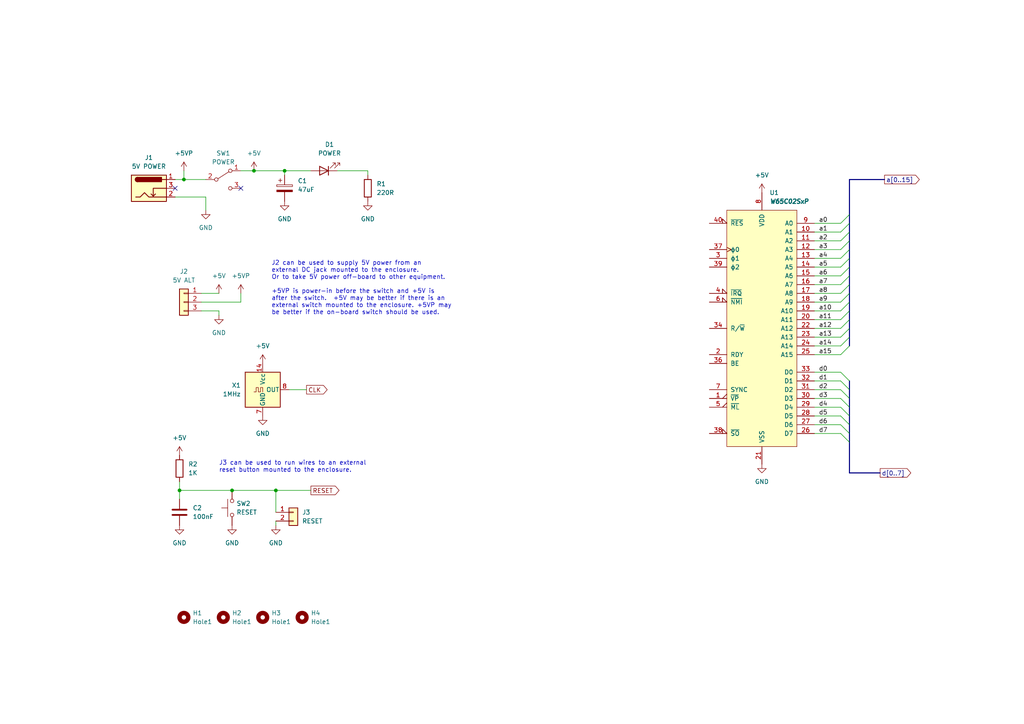
<source format=kicad_sch>
(kicad_sch (version 20230121) (generator eeschema)
  (paper "A4")
  (lib_symbols
    (symbol "Connector:Barrel_Jack_Switch" (pin_names hide)
      (property "Reference" "J" (at 0 5.334 0))
      (property "Value" "Barrel_Jack_Switch" (at 0 -5.08 0))
      (symbol "Barrel_Jack_Switch_0_1"
        (rectangle (start -5.08 3.81) (end 5.08 -3.81) (stroke (width 0.254)) (fill (type background)))
        (arc (start -3.302 3.175) (mid -3.9343 2.54) (end -3.302 1.905) (stroke (width 0.254)))
        (arc (start -3.302 3.175) (mid -3.9343 2.54) (end -3.302 1.905) (stroke (width 0.254)) (fill (type outline)))
        (polyline (pts (xy 1.27 -2.286) (xy 1.905 -1.651)) (stroke (width 0.254)))
        (polyline (pts (xy 5.08 2.54) (xy 3.81 2.54)) (stroke (width 0.254)))
        (polyline (pts (xy 5.08 0) (xy 1.27 0) (xy 1.27 -2.286) (xy 0.635 -1.651)) (stroke (width 0.254)))
        (polyline (pts (xy -3.81 -2.54) (xy -2.54 -2.54) (xy -1.27 -1.27) (xy 0 -2.54) (xy 2.54 -2.54) (xy 5.08 -2.54)) (stroke (width 0.254)))
        (rectangle (start 3.683 3.175) (end -3.302 1.905) (stroke (width 0.254)) (fill (type outline)))
      )
      (symbol "Barrel_Jack_Switch_1_1"
        (pin passive line (at 7.62 2.54 180) (length 2.54) (name "~") (number "1"))
        (pin passive line (at 7.62 -2.54 180) (length 2.54) (name "~") (number "2"))
        (pin passive line (at 7.62 0 180) (length 2.54) (name "~") (number "3"))
      )
    )
    (symbol "Connector_Generic:Conn_01x02" (pin_names (offset 1.016) hide)
      (property "Reference" "J" (at 0 2.54 0))
      (property "Value" "Conn_01x02" (at 0 -5.08 0))
      (symbol "Conn_01x02_1_1"
        (rectangle (start -1.27 -2.413) (end 0 -2.667) (stroke (width 0.1524)))
        (rectangle (start -1.27 0.127) (end 0 -0.127) (stroke (width 0.1524)))
        (rectangle (start -1.27 1.27) (end 1.27 -3.81) (stroke (width 0.254)) (fill (type background)))
        (pin passive line (at -5.08 0 0) (length 3.81) (name "Pin_1") (number "1"))
        (pin passive line (at -5.08 -2.54 0) (length 3.81) (name "Pin_2") (number "2"))
      )
    )
    (symbol "Connector_Generic:Conn_01x03" (pin_names (offset 1.016) hide)
      (property "Reference" "J" (at 0 5.08 0))
      (property "Value" "Conn_01x03" (at 0 -5.08 0))
      (symbol "Conn_01x03_1_1"
        (rectangle (start -1.27 -2.413) (end 0 -2.667) (stroke (width 0.1524)))
        (rectangle (start -1.27 0.127) (end 0 -0.127) (stroke (width 0.1524)))
        (rectangle (start -1.27 2.667) (end 0 2.413) (stroke (width 0.1524)))
        (rectangle (start -1.27 3.81) (end 1.27 -3.81) (stroke (width 0.254)) (fill (type background)))
        (pin passive line (at -5.08 2.54 0) (length 3.81) (name "Pin_1") (number "1"))
        (pin passive line (at -5.08 0 0) (length 3.81) (name "Pin_2") (number "2"))
        (pin passive line (at -5.08 -2.54 0) (length 3.81) (name "Pin_3") (number "3"))
      )
    )
    (symbol "Device:C" (pin_numbers hide) (pin_names (offset 0.254))
      (property "Reference" "C" (at 0.635 2.54 0))
      (property "Value" "C" (at 0.635 -2.54 0))
      (symbol "C_0_1"
        (polyline (pts (xy -2.032 -0.762) (xy 2.032 -0.762)) (stroke (width 0.508)))
        (polyline (pts (xy -2.032 0.762) (xy 2.032 0.762)) (stroke (width 0.508)))
      )
      (symbol "C_1_1"
        (pin passive line (at 0 3.81 270) (length 2.794) (name "~") (number "1"))
        (pin passive line (at 0 -3.81 90) (length 2.794) (name "~") (number "2"))
      )
    )
    (symbol "Device:C_Polarized" (pin_numbers hide) (pin_names (offset 0.254))
      (property "Reference" "C" (at 0.635 2.54 0))
      (property "Value" "C_Polarized" (at 0.635 -2.54 0))
      (symbol "C_Polarized_0_1"
        (rectangle (start -2.286 0.508) (end 2.286 1.016))
        (polyline (pts (xy -1.778 2.286) (xy -0.762 2.286)))
        (polyline (pts (xy -1.27 2.794) (xy -1.27 1.778)))
        (rectangle (start 2.286 -0.508) (end -2.286 -1.016) (fill (type outline)))
      )
      (symbol "C_Polarized_1_1"
        (pin passive line (at 0 3.81 270) (length 2.794) (name "~") (number "1"))
        (pin passive line (at 0 -3.81 90) (length 2.794) (name "~") (number "2"))
      )
    )
    (symbol "Device:LED" (pin_numbers hide) (pin_names (offset 1.016) hide)
      (property "Reference" "D" (at 0 2.54 0))
      (property "Value" "LED" (at 0 -2.54 0))
      (symbol "LED_0_1"
        (polyline (pts (xy -1.27 -1.27) (xy -1.27 1.27)) (stroke (width 0.254)))
        (polyline (pts (xy -1.27 0) (xy 1.27 0)))
        (polyline (pts (xy 1.27 -1.27) (xy 1.27 1.27) (xy -1.27 0) (xy 1.27 -1.27)) (stroke (width 0.254)))
        (polyline (pts (xy -3.048 -0.762) (xy -4.572 -2.286) (xy -3.81 -2.286) (xy -4.572 -2.286) (xy -4.572 -1.524)))
        (polyline (pts (xy -1.778 -0.762) (xy -3.302 -2.286) (xy -2.54 -2.286) (xy -3.302 -2.286) (xy -3.302 -1.524)))
      )
      (symbol "LED_1_1"
        (pin passive line (at -3.81 0 0) (length 2.54) (name "K") (number "1"))
        (pin passive line (at 3.81 0 180) (length 2.54) (name "A") (number "2"))
      )
    )
    (symbol "Device:R" (pin_numbers hide) (pin_names (offset 0))
      (property "Reference" "R" (at 2.032 0 90))
      (property "Value" "R" (at 0 0 90))
      (symbol "R_0_1"
        (rectangle (start -1.016 -2.54) (end 1.016 2.54) (stroke (width 0.254)))
      )
      (symbol "R_1_1"
        (pin passive line (at 0 3.81 270) (length 1.27) (name "~") (number "1"))
        (pin passive line (at 0 -3.81 90) (length 1.27) (name "~") (number "2"))
      )
    )
    (symbol "MOS6502:W65C02SxP" (pin_names (offset 1.016))
      (property "Reference" "U" (at -10.16 35.56 0))
      (property "Value" "W65C02SxP" (at 0 0 90))
      (symbol "W65C02SxP_0_1"
        (rectangle (start -10.16 34.29) (end 10.16 -34.29) (fill (type background)))
      )
      (symbol "W65C02SxP_1_1"
        (pin output output_low (at -15.24 -20.32 0) (length 5.08) (name "~{VP}") (number "1"))
        (pin tri_state line (at 15.24 27.94 180) (length 5.08) (name "A1") (number "10"))
        (pin tri_state line (at 15.24 25.4 180) (length 5.08) (name "A2") (number "11"))
        (pin tri_state line (at 15.24 22.86 180) (length 5.08) (name "A3") (number "12"))
        (pin tri_state line (at 15.24 20.32 180) (length 5.08) (name "A4") (number "13"))
        (pin tri_state line (at 15.24 17.78 180) (length 5.08) (name "A5") (number "14"))
        (pin tri_state line (at 15.24 15.24 180) (length 5.08) (name "A6") (number "15"))
        (pin tri_state line (at 15.24 12.7 180) (length 5.08) (name "A7") (number "16"))
        (pin tri_state line (at 15.24 10.16 180) (length 5.08) (name "A8") (number "17"))
        (pin tri_state line (at 15.24 7.62 180) (length 5.08) (name "A9") (number "18"))
        (pin tri_state line (at 15.24 5.08 180) (length 5.08) (name "A10") (number "19"))
        (pin open_collector line (at -15.24 -7.62 0) (length 5.08) (name "RDY") (number "2"))
        (pin tri_state line (at 15.24 2.54 180) (length 5.08) (name "A11") (number "20"))
        (pin power_in line (at 0 -39.37 90) (length 5.08) (name "VSS") (number "21"))
        (pin tri_state line (at 15.24 0 180) (length 5.08) (name "A12") (number "22"))
        (pin tri_state line (at 15.24 -2.54 180) (length 5.08) (name "A13") (number "23"))
        (pin tri_state line (at 15.24 -5.08 180) (length 5.08) (name "A14") (number "24"))
        (pin tri_state line (at 15.24 -7.62 180) (length 5.08) (name "A15") (number "25"))
        (pin bidirectional line (at 15.24 -30.48 180) (length 5.08) (name "D7") (number "26"))
        (pin bidirectional line (at 15.24 -27.94 180) (length 5.08) (name "D6") (number "27"))
        (pin bidirectional line (at 15.24 -25.4 180) (length 5.08) (name "D5") (number "28"))
        (pin bidirectional line (at 15.24 -22.86 180) (length 5.08) (name "D4") (number "29"))
        (pin output line (at -15.24 20.32 0) (length 5.08) (name "ϕ1") (number "3"))
        (pin bidirectional line (at 15.24 -20.32 180) (length 5.08) (name "D3") (number "30"))
        (pin bidirectional line (at 15.24 -17.78 180) (length 5.08) (name "D2") (number "31"))
        (pin bidirectional line (at 15.24 -15.24 180) (length 5.08) (name "D1") (number "32"))
        (pin bidirectional line (at 15.24 -12.7 180) (length 5.08) (name "D0") (number "33"))
        (pin tri_state line (at -15.24 0 0) (length 5.08) (name "R/~{W}") (number "34"))
        (pin no_connect non_logic (at -10.16 -27.94 0) (length 2.54) hide (name "nc") (number "35"))
        (pin input line (at -15.24 -10.16 0) (length 5.08) (name "BE") (number "36"))
        (pin input clock (at -15.24 22.86 0) (length 5.08) (name "ϕ0") (number "37"))
        (pin input input_low (at -15.24 -30.48 0) (length 5.08) (name "~{SO}") (number "38"))
        (pin output line (at -15.24 17.78 0) (length 5.08) (name "ϕ2") (number "39"))
        (pin input input_low (at -15.24 10.16 0) (length 5.08) (name "~{IRQ}") (number "4"))
        (pin input input_low (at -15.24 30.48 0) (length 5.08) (name "~{RES}") (number "40"))
        (pin output output_low (at -15.24 -22.86 0) (length 5.08) (name "~{ML}") (number "5"))
        (pin input input_low (at -15.24 7.62 0) (length 5.08) (name "~{NMI}") (number "6"))
        (pin output line (at -15.24 -17.78 0) (length 5.08) (name "SYNC") (number "7"))
        (pin power_in line (at 0 39.37 270) (length 5.08) (name "VDD") (number "8"))
        (pin tri_state line (at 15.24 30.48 180) (length 5.08) (name "A0") (number "9"))
      )
    )
    (symbol "Mechanical:MountingHole" (pin_names (offset 1.016))
      (property "Reference" "H" (at 0 5.08 0))
      (property "Value" "MountingHole" (at 0 3.175 0))
      (symbol "MountingHole_0_1"
        (circle (center 0 0) (radius 1.27) (stroke (width 1.27)))
      )
    )
    (symbol "Oscillator:ACO-xxxMHz" (pin_names (offset 0.254))
      (property "Reference" "X" (at -5.08 6.35 0))
      (property "Value" "ACO-xxxMHz" (at 1.27 -6.35 0))
      (symbol "ACO-xxxMHz_0_1"
        (rectangle (start -5.08 5.08) (end 5.08 -5.08) (stroke (width 0.254)) (fill (type background)))
        (polyline (pts (xy -2.54 -0.635) (xy -1.905 -0.635) (xy -1.905 0.635) (xy -1.27 0.635) (xy -1.27 -0.635) (xy -0.635 -0.635) (xy -0.635 0.635) (xy 0 0.635) (xy 0 -0.635)))
      )
      (symbol "ACO-xxxMHz_1_1"
        (pin no_connect line (at -5.08 2.54 0) (length 2.54) hide (name "NC") (number "1"))
        (pin power_in line (at 0 7.62 270) (length 2.54) (name "Vcc") (number "14"))
        (pin power_in line (at 0 -7.62 90) (length 2.54) (name "GND") (number "7"))
        (pin output line (at 7.62 0 180) (length 2.54) (name "OUT") (number "8"))
      )
    )
    (symbol "Switch:SW_Push" (pin_numbers hide) (pin_names (offset 1.016) hide)
      (property "Reference" "SW" (at 1.27 2.54 0))
      (property "Value" "SW_Push" (at 0 -1.524 0))
      (symbol "SW_Push_0_1"
        (circle (center -2.032 0) (radius 0.508))
        (polyline (pts (xy 0 1.27) (xy 0 3.048)))
        (polyline (pts (xy 2.54 1.27) (xy -2.54 1.27)))
        (circle (center 2.032 0) (radius 0.508))
        (pin passive line (at -5.08 0 0) (length 2.54) (name "1") (number "1"))
        (pin passive line (at 5.08 0 180) (length 2.54) (name "2") (number "2"))
      )
    )
    (symbol "Switch:SW_SPDT" (pin_names (offset 0) hide)
      (property "Reference" "SW" (at 0 4.318 0))
      (property "Value" "SW_SPDT" (at 0 -5.08 0))
      (symbol "SW_SPDT_0_0"
        (circle (center -2.032 0) (radius 0.508))
        (circle (center 2.032 -2.54) (radius 0.508))
      )
      (symbol "SW_SPDT_0_1"
        (polyline (pts (xy -1.524 0.254) (xy 1.651 2.286)))
        (circle (center 2.032 2.54) (radius 0.508))
      )
      (symbol "SW_SPDT_1_1"
        (pin passive line (at 5.08 2.54 180) (length 2.54) (name "A") (number "1"))
        (pin passive line (at -5.08 0 0) (length 2.54) (name "B") (number "2"))
        (pin passive line (at 5.08 -2.54 180) (length 2.54) (name "C") (number "3"))
      )
    )
    (symbol "power:+5V" (power) (pin_names (offset 0))
      (property "Value" "+5V" (at 0 3.556 0))
      (symbol "+5V_0_1"
        (polyline (pts (xy -0.762 1.27) (xy 0 2.54)))
        (polyline (pts (xy 0 0) (xy 0 2.54)))
        (polyline (pts (xy 0 2.54) (xy 0.762 1.27)))
      )
      (symbol "+5V_1_1"
        (pin power_in line (at 0 0 90) (length 0) hide (name "+5V") (number "1"))
      )
    )
    (symbol "power:+5VP" (power) (pin_names (offset 0))
      (property "Value" "+5VP" (at 0 3.556 0))
      (symbol "+5VP_0_1"
        (polyline (pts (xy -0.762 1.27) (xy 0 2.54)))
        (polyline (pts (xy 0 0) (xy 0 2.54)))
        (polyline (pts (xy 0 2.54) (xy 0.762 1.27)))
      )
      (symbol "+5VP_1_1"
        (pin power_in line (at 0 0 90) (length 0) hide (name "+5VP") (number "1"))
      )
    )
    (symbol "power:GND" (power) (pin_names (offset 0))
      (property "Value" "GND" (at 0 -3.81 0))
      (symbol "GND_0_1"
        (polyline (pts (xy 0 0) (xy 0 -1.27) (xy 1.27 -1.27) (xy 0 -2.54) (xy -1.27 -1.27) (xy 0 -1.27)))
      )
      (symbol "GND_1_1"
        (pin power_in line (at 0 0 270) (length 0) hide (name "GND") (number "1"))
      )
    )
  )
  (junction (at 67.31 142.24))
  (junction (at 73.66 49.53))
  (junction (at 80.01 142.24))
  (junction (at 52.07 142.24))
  (junction (at 53.34 52.07))
  (junction (at 82.55 49.53))
  (no_connect (at 50.8 54.61))
  (no_connect (at 69.85 54.61))
  (bus_entry (at 243.84 95.25) (size 2.54 -2.54))
  (bus_entry (at 246.38 120.65) (size -2.54 -2.54))
  (bus_entry (at 243.84 80.01) (size 2.54 -2.54))
  (bus_entry (at 243.84 69.85) (size 2.54 -2.54))
  (bus_entry (at 243.84 72.39) (size 2.54 -2.54))
  (bus_entry (at 243.84 77.47) (size 2.54 -2.54))
  (bus_entry (at 243.84 102.87) (size 2.54 -2.54))
  (bus_entry (at 243.84 67.31) (size 2.54 -2.54))
  (bus_entry (at 246.38 128.27) (size -2.54 -2.54))
  (bus_entry (at 243.84 64.77) (size 2.54 -2.54))
  (bus_entry (at 243.84 85.09) (size 2.54 -2.54))
  (bus_entry (at 243.84 74.93) (size 2.54 -2.54))
  (bus_entry (at 246.38 123.19) (size -2.54 -2.54))
  (bus_entry (at 246.38 125.73) (size -2.54 -2.54))
  (bus_entry (at 246.38 110.49) (size -2.54 -2.54))
  (bus_entry (at 243.84 92.71) (size 2.54 -2.54))
  (bus_entry (at 246.38 118.11) (size -2.54 -2.54))
  (bus_entry (at 243.84 97.79) (size 2.54 -2.54))
  (bus_entry (at 243.84 82.55) (size 2.54 -2.54))
  (bus_entry (at 243.84 100.33) (size 2.54 -2.54))
  (bus_entry (at 243.84 90.17) (size 2.54 -2.54))
  (bus_entry (at 246.38 115.57) (size -2.54 -2.54))
  (bus_entry (at 246.38 113.03) (size -2.54 -2.54))
  (bus_entry (at 243.84 87.63) (size 2.54 -2.54))
  (wire (pts (xy 69.85 87.63) (xy 69.85 85.09)))
  (wire (pts (xy 80.01 142.24) (xy 80.01 148.59)))
  (bus (pts (xy 246.38 72.39) (xy 246.38 69.85)))
  (wire (pts (xy 236.22 64.77) (xy 243.84 64.77)))
  (wire (pts (xy 236.22 110.49) (xy 243.84 110.49)))
  (bus (pts (xy 246.38 85.09) (xy 246.38 82.55)))
  (wire (pts (xy 236.22 85.09) (xy 243.84 85.09)))
  (bus (pts (xy 246.38 115.57) (xy 246.38 118.11)))
  (bus (pts (xy 246.38 87.63) (xy 246.38 85.09)))
  (wire (pts (xy 69.85 49.53) (xy 73.66 49.53)))
  (bus (pts (xy 246.38 100.33) (xy 246.38 97.79)))
  (wire (pts (xy 58.42 85.09) (xy 63.5 85.09)))
  (wire (pts (xy 236.22 77.47) (xy 243.84 77.47)))
  (wire (pts (xy 236.22 72.39) (xy 243.84 72.39)))
  (bus (pts (xy 246.38 95.25) (xy 246.38 92.71)))
  (wire (pts (xy 52.07 142.24) (xy 52.07 144.78)))
  (bus (pts (xy 246.38 62.23) (xy 246.38 52.07)))
  (bus (pts (xy 246.38 80.01) (xy 246.38 77.47)))
  (bus (pts (xy 246.38 69.85) (xy 246.38 67.31)))
  (wire (pts (xy 236.22 97.79) (xy 243.84 97.79)))
  (wire (pts (xy 97.79 49.53) (xy 106.68 49.53)))
  (bus (pts (xy 246.38 123.19) (xy 246.38 125.73)))
  (wire (pts (xy 236.22 102.87) (xy 243.84 102.87)))
  (bus (pts (xy 246.38 64.77) (xy 246.38 62.23)))
  (wire (pts (xy 82.55 49.53) (xy 82.55 50.8)))
  (wire (pts (xy 82.55 49.53) (xy 90.17 49.53)))
  (wire (pts (xy 53.34 52.07) (xy 59.69 52.07)))
  (wire (pts (xy 53.34 49.53) (xy 53.34 52.07)))
  (wire (pts (xy 50.8 52.07) (xy 53.34 52.07)))
  (wire (pts (xy 236.22 69.85) (xy 243.84 69.85)))
  (wire (pts (xy 59.69 57.15) (xy 59.69 60.96)))
  (wire (pts (xy 80.01 151.13) (xy 80.01 152.4)))
  (bus (pts (xy 246.38 120.65) (xy 246.38 123.19)))
  (wire (pts (xy 236.22 67.31) (xy 243.84 67.31)))
  (wire (pts (xy 58.42 90.17) (xy 63.5 90.17)))
  (wire (pts (xy 236.22 107.95) (xy 243.84 107.95)))
  (wire (pts (xy 236.22 113.03) (xy 243.84 113.03)))
  (wire (pts (xy 236.22 125.73) (xy 243.84 125.73)))
  (bus (pts (xy 246.38 67.31) (xy 246.38 64.77)))
  (wire (pts (xy 236.22 115.57) (xy 243.84 115.57)))
  (wire (pts (xy 52.07 142.24) (xy 67.31 142.24)))
  (bus (pts (xy 246.38 77.47) (xy 246.38 74.93)))
  (wire (pts (xy 236.22 87.63) (xy 243.84 87.63)))
  (wire (pts (xy 236.22 90.17) (xy 243.84 90.17)))
  (bus (pts (xy 246.38 52.07) (xy 256.54 52.07)))
  (wire (pts (xy 236.22 74.93) (xy 243.84 74.93)))
  (wire (pts (xy 236.22 82.55) (xy 243.84 82.55)))
  (bus (pts (xy 246.38 82.55) (xy 246.38 80.01)))
  (wire (pts (xy 83.82 113.03) (xy 88.9 113.03)))
  (bus (pts (xy 246.38 92.71) (xy 246.38 90.17)))
  (wire (pts (xy 80.01 142.24) (xy 90.17 142.24)))
  (bus (pts (xy 246.38 118.11) (xy 246.38 120.65)))
  (bus (pts (xy 246.38 137.16) (xy 255.27 137.16)))
  (wire (pts (xy 52.07 139.7) (xy 52.07 142.24)))
  (wire (pts (xy 236.22 118.11) (xy 243.84 118.11)))
  (wire (pts (xy 236.22 80.01) (xy 243.84 80.01)))
  (wire (pts (xy 67.31 142.24) (xy 80.01 142.24)))
  (bus (pts (xy 246.38 113.03) (xy 246.38 115.57)))
  (wire (pts (xy 63.5 90.17) (xy 63.5 91.44)))
  (wire (pts (xy 236.22 123.19) (xy 243.84 123.19)))
  (wire (pts (xy 106.68 49.53) (xy 106.68 50.8)))
  (wire (pts (xy 50.8 57.15) (xy 59.69 57.15)))
  (bus (pts (xy 246.38 128.27) (xy 246.38 137.16)))
  (bus (pts (xy 246.38 74.93) (xy 246.38 72.39)))
  (bus (pts (xy 246.38 97.79) (xy 246.38 95.25)))
  (bus (pts (xy 246.38 125.73) (xy 246.38 128.27)))
  (wire (pts (xy 236.22 100.33) (xy 243.84 100.33)))
  (wire (pts (xy 236.22 95.25) (xy 243.84 95.25)))
  (wire (pts (xy 236.22 120.65) (xy 243.84 120.65)))
  (bus (pts (xy 246.38 110.49) (xy 246.38 113.03)))
  (wire (pts (xy 58.42 87.63) (xy 69.85 87.63)))
  (wire (pts (xy 236.22 92.71) (xy 243.84 92.71)))
  (wire (pts (xy 73.66 49.53) (xy 82.55 49.53)))
  (bus (pts (xy 246.38 90.17) (xy 246.38 87.63)))
  (text "J2 can be used to supply 5V power from an\nexternal DC jack mounted to the enclosure.\nOr to take 5V power off-board to other equipment.\n\n+5VP is power-in before the switch and +5V is\nafter the switch.  +5V may be better if there is an\nexternal switch mounted to the enclosure. +5VP may\nbe better if the on-board switch should be used." (at 78.74 91.44 0) (effects (font (size 1.27 1.27)) (justify left bottom)))
  (text "J3 can be used to run wires to an external\nreset button mounted to the enclosure." (at 63.5 137.16 0) (effects (font (size 1.27 1.27)) (justify left bottom)))
  (label "a13" (at 237.49 97.79 0))
  (label "a7" (at 237.49 82.55 0))
  (label "d5" (at 237.49 120.65 0))
  (label "a1" (at 237.49 67.31 0))
  (label "a9" (at 237.49 87.63 0))
  (label "a3" (at 237.49 72.39 0))
  (label "a6" (at 237.49 80.01 0))
  (label "a10" (at 237.49 90.17 0))
  (label "d4" (at 237.49 118.11 0))
  (label "a2" (at 237.49 69.85 0))
  (label "d6" (at 237.49 123.19 0))
  (label "a12" (at 237.49 95.25 0))
  (label "d2" (at 237.49 113.03 0))
  (label "d7" (at 237.49 125.73 0))
  (label "d0" (at 237.49 107.95 0))
  (label "a14" (at 237.49 100.33 0))
  (label "d1" (at 237.49 110.49 0))
  (label "a11" (at 237.49 92.71 0))
  (label "a4" (at 237.49 74.93 0))
  (label "d3" (at 237.49 115.57 0))
  (label "a5" (at 237.49 77.47 0))
  (label "a0" (at 237.49 64.77 0))
  (label "a15" (at 237.49 102.87 0))
  (label "a8" (at 237.49 85.09 0))
  (global_label "a[0..15]" (shape output) (at 256.54 52.07 0) (property "Intersheetrefs" "${INTERSHEET_REFS}" (effects hide)))
  (global_label "CLK" (shape output) (at 88.9 113.03 0) (property "Intersheetrefs" "${INTERSHEET_REFS}" (effects hide)))
  (global_label "d[0..7]" (shape output) (at 255.27 137.16 0) (property "Intersheetrefs" "${INTERSHEET_REFS}" (effects hide)))
  (global_label "RESET" (shape output) (at 90.17 142.24 0) (property "Intersheetrefs" "${INTERSHEET_REFS}" (effects hide)))
  (symbol (lib_id "power:+5VP") (at 53.34 49.53 0) (unit 1)
    (property "Reference" "#PWR013" (effects hide))
    (property "Value" "+5VP" (at 53.34 44.45 0))
  )
  (symbol (lib_id "Device:R") (at 52.07 135.89 0) (unit 1)
    (property "Reference" "R2" (at 54.61 134.62 0) (effects (justify left)))
    (property "Value" "1K" (at 54.61 137.16 0) (effects (justify left)))
    (property "Footprint" "Resistor_THT:R_Axial_DIN0207_L6.3mm_D2.5mm_P7.62mm_Horizontal" (effects hide))
  )
  (symbol (lib_id "power:GND") (at 52.07 152.4 0) (unit 1)
    (property "Reference" "#PWR09" (effects hide))
    (property "Value" "GND" (at 52.07 157.48 0))
  )
  (symbol (lib_id "Switch:SW_SPDT") (at 64.77 52.07 0) (unit 1)
    (property "Reference" "SW1" (at 64.77 44.45 0))
    (property "Value" "POWER" (at 64.77 46.99 0))
    (property "Footprint" "Connector_PinHeader_2.54mm:PinHeader_1x03_P2.54mm_Vertical" (effects hide))
  )
  (symbol (lib_id "Switch:SW_Push") (at 67.31 147.32 90) (unit 1)
    (property "Reference" "SW2" (at 68.58 146.05 90) (effects (justify right)))
    (property "Value" "RESET" (at 68.58 148.59 90) (effects (justify right)))
    (property "Footprint" "Button_Switch_THT:SW_PUSH_6mm_H5mm" (effects hide))
  )
  (symbol (lib_id "power:GND") (at 106.68 58.42 0) (unit 1)
    (property "Reference" "#PWR03" (effects hide))
    (property "Value" "GND" (at 106.68 63.5 0))
  )
  (symbol (lib_id "Mechanical:MountingHole") (at 53.34 179.07 0) (unit 1)
    (property "Reference" "H1" (at 55.88 177.8 0) (effects (justify left)))
    (property "Value" "Hole1" (at 55.88 180.34 0) (effects (justify left)))
    (property "Footprint" "MountingHole:MountingHole_3.2mm_M3" (effects hide))
  )
  (symbol (lib_id "power:GND") (at 220.98 134.62 0) (unit 1)
    (property "Reference" "#PWR015" (effects hide))
    (property "Value" "GND" (at 220.98 139.7 0))
  )
  (symbol (lib_id "Mechanical:MountingHole") (at 76.2 179.07 0) (unit 1)
    (property "Reference" "H3" (at 78.74 177.8 0) (effects (justify left)))
    (property "Value" "Hole1" (at 78.74 180.34 0) (effects (justify left)))
    (property "Footprint" "MountingHole:MountingHole_3.2mm_M3" (effects hide))
  )
  (symbol (lib_id "MOS6502:W65C02SxP") (at 220.98 95.25 0) (unit 1)
    (property "Reference" "U1" (at 223.1741 55.88 0) (effects (justify left)))
    (property "Value" "W65C02SxP" (at 223.1741 58.42 0) (effects (font bold italic) (justify left)))
    (property "Footprint" "Package_DIP:DIP-40_W15.24mm" (effects hide))
    (property "Datasheet" "http://www.westerndesigncenter.com/wdc/documentation/w65c02s.pdf" (effects hide))
  )
  (symbol (lib_id "power:+5V") (at 63.5 85.09 0) (unit 1)
    (property "Reference" "#PWR06" (effects hide))
    (property "Value" "+5V" (at 63.5 80.01 0))
  )
  (symbol (lib_id "power:GND") (at 82.55 58.42 0) (unit 1)
    (property "Reference" "#PWR02" (effects hide))
    (property "Value" "GND" (at 82.55 63.5 0))
  )
  (symbol (lib_id "power:GND") (at 67.31 152.4 0) (unit 1)
    (property "Reference" "#PWR010" (effects hide))
    (property "Value" "GND" (at 67.31 157.48 0))
  )
  (symbol (lib_id "power:GND") (at 59.69 60.96 0) (unit 1)
    (property "Reference" "#PWR04" (effects hide))
    (property "Value" "GND" (at 59.69 66.04 0))
  )
  (symbol (lib_id "power:+5V") (at 52.07 132.08 0) (unit 1)
    (property "Reference" "#PWR011" (effects hide))
    (property "Value" "+5V" (at 52.07 127 0))
  )
  (symbol (lib_id "power:+5V") (at 220.98 55.88 0) (unit 1)
    (property "Reference" "#PWR016" (effects hide))
    (property "Value" "+5V" (at 220.98 50.8 0))
  )
  (symbol (lib_id "Device:R") (at 106.68 54.61 0) (unit 1)
    (property "Reference" "R1" (at 109.22 53.34 0) (effects (justify left)))
    (property "Value" "220R" (at 109.22 55.88 0) (effects (justify left)))
    (property "Footprint" "Resistor_THT:R_Axial_DIN0207_L6.3mm_D2.5mm_P7.62mm_Horizontal" (effects hide))
  )
  (symbol (lib_id "Connector_Generic:Conn_01x03") (at 53.34 87.63 0) (mirror y) (unit 1)
    (property "Reference" "J2" (at 53.34 78.74 0))
    (property "Value" "5V ALT" (at 53.34 81.28 0))
    (property "Footprint" "Connector_PinHeader_2.54mm:PinHeader_1x03_P2.54mm_Vertical" (effects hide))
  )
  (symbol (lib_id "Device:C") (at 52.07 148.59 0) (unit 1)
    (property "Reference" "C2" (at 55.88 147.32 0) (effects (justify left)))
    (property "Value" "100nF" (at 55.88 149.86 0) (effects (justify left)))
    (property "Footprint" "Capacitor_THT:C_Disc_D6.0mm_W2.5mm_P5.00mm" (effects hide))
  )
  (symbol (lib_id "Connector_Generic:Conn_01x02") (at 85.09 148.59 0) (unit 1)
    (property "Reference" "J3" (at 87.63 148.59 0) (effects (justify left)))
    (property "Value" "RESET" (at 87.63 151.13 0) (effects (justify left)))
    (property "Footprint" "Connector_PinHeader_2.54mm:PinHeader_1x02_P2.54mm_Vertical" (effects hide))
  )
  (symbol (lib_id "power:GND") (at 80.01 152.4 0) (unit 1)
    (property "Reference" "#PWR012" (effects hide))
    (property "Value" "GND" (at 80.01 157.48 0))
  )
  (symbol (lib_id "power:+5VP") (at 69.85 85.09 0) (unit 1)
    (property "Reference" "#PWR014" (effects hide))
    (property "Value" "+5VP" (at 69.85 80.01 0))
  )
  (symbol (lib_id "power:GND") (at 76.2 120.65 0) (unit 1)
    (property "Reference" "#PWR08" (effects hide))
    (property "Value" "GND" (at 76.2 125.73 0))
  )
  (symbol (lib_id "power:+5V") (at 76.2 105.41 0) (unit 1)
    (property "Reference" "#PWR07" (effects hide))
    (property "Value" "+5V" (at 76.2 100.33 0))
  )
  (symbol (lib_id "power:+5V") (at 73.66 49.53 0) (unit 1)
    (property "Reference" "#PWR01" (effects hide))
    (property "Value" "+5V" (at 73.66 44.45 0))
  )
  (symbol (lib_id "Connector:Barrel_Jack_Switch") (at 43.18 54.61 0) (unit 1)
    (property "Reference" "J1" (at 43.18 45.72 0))
    (property "Value" "5V POWER" (at 43.18 48.26 0))
    (property "Footprint" "Connector_BarrelJack:BarrelJack_Horizontal" (effects hide))
  )
  (symbol (lib_id "Mechanical:MountingHole") (at 64.77 179.07 0) (unit 1)
    (property "Reference" "H2" (at 67.31 177.8 0) (effects (justify left)))
    (property "Value" "Hole1" (at 67.31 180.34 0) (effects (justify left)))
    (property "Footprint" "MountingHole:MountingHole_3.2mm_M3" (effects hide))
  )
  (symbol (lib_id "Oscillator:ACO-xxxMHz") (at 76.2 113.03 0) (unit 1)
    (property "Reference" "X1" (at 69.85 111.76 0) (effects (justify right)))
    (property "Value" "1MHz" (at 69.85 114.3 0) (effects (justify right)))
    (property "Footprint" "Oscillator:Oscillator_DIP-14" (effects hide))
    (property "Datasheet" "http://www.conwin.com/datasheets/cx/cx030.pdf" (effects hide))
  )
  (symbol (lib_id "Device:C_Polarized") (at 82.55 54.61 0) (unit 1)
    (property "Reference" "C1" (at 86.36 52.451 0) (effects (justify left)))
    (property "Value" "47uF" (at 86.36 54.991 0) (effects (justify left)))
    (property "Footprint" "Capacitor_THT:CP_Radial_D6.3mm_P2.50mm" (effects hide))
  )
  (symbol (lib_id "Mechanical:MountingHole") (at 87.63 179.07 0) (unit 1)
    (property "Reference" "H4" (at 90.17 177.8 0) (effects (justify left)))
    (property "Value" "Hole1" (at 90.17 180.34 0) (effects (justify left)))
    (property "Footprint" "MountingHole:MountingHole_3.2mm_M3" (effects hide))
  )
  (symbol (lib_id "power:GND") (at 63.5 91.44 0) (unit 1)
    (property "Reference" "#PWR05" (effects hide))
    (property "Value" "GND" (at 63.5 96.52 0))
  )
  (symbol (lib_id "Device:LED") (at 93.98 49.53 180) (unit 1)
    (property "Reference" "D1" (at 95.5675 41.91 0))
    (property "Value" "POWER" (at 95.5675 44.45 0))
    (property "Footprint" "LED_THT:LED_D5.0mm" (effects hide))
  )
)
</source>
